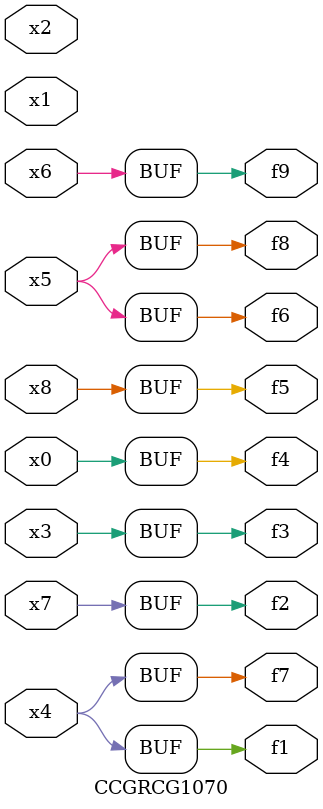
<source format=v>
module CCGRCG1070(
	input x0, x1, x2, x3, x4, x5, x6, x7, x8,
	output f1, f2, f3, f4, f5, f6, f7, f8, f9
);
	assign f1 = x4;
	assign f2 = x7;
	assign f3 = x3;
	assign f4 = x0;
	assign f5 = x8;
	assign f6 = x5;
	assign f7 = x4;
	assign f8 = x5;
	assign f9 = x6;
endmodule

</source>
